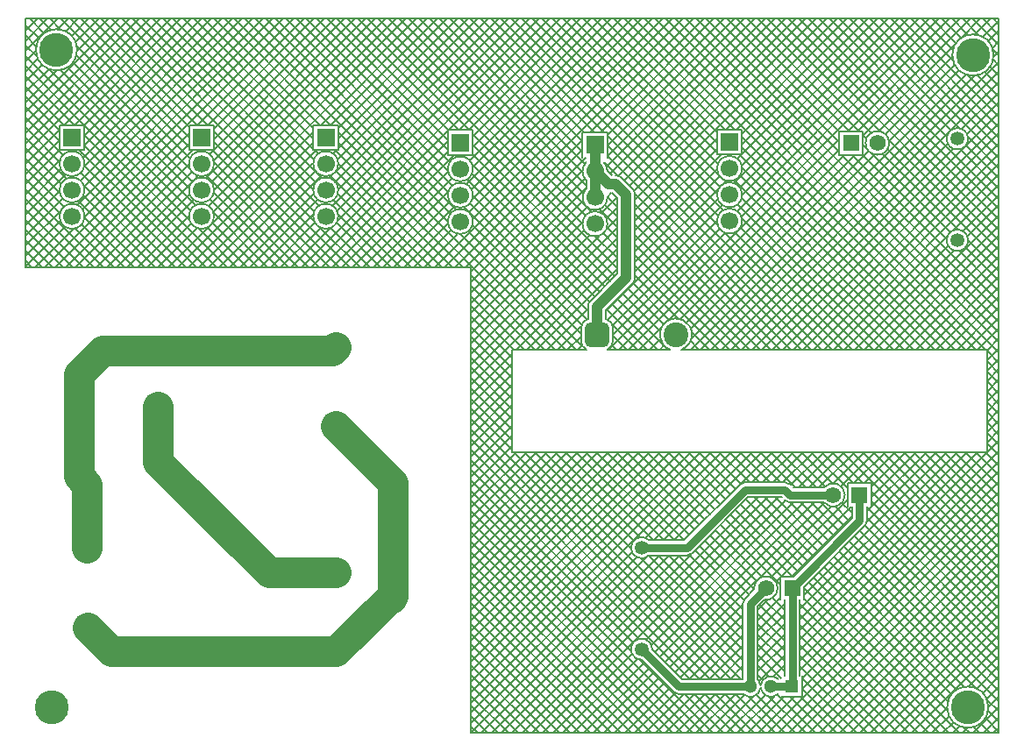
<source format=gbl>
G04*
G04 #@! TF.GenerationSoftware,Altium Limited,Altium Designer,22.1.2 (22)*
G04*
G04 Layer_Physical_Order=2*
G04 Layer_Color=16711680*
%FSLAX25Y25*%
%MOIN*%
G70*
G04*
G04 #@! TF.SameCoordinates,D2A74ED6-6853-450D-875C-18D0DEDCCFCE*
G04*
G04*
G04 #@! TF.FilePolarity,Positive*
G04*
G01*
G75*
%ADD19C,0.06181*%
%ADD20R,0.06181X0.06181*%
%ADD25C,0.00800*%
%ADD26C,0.02953*%
%ADD27C,0.03937*%
G04:AMPARAMS|DCode=28|XSize=94.49mil|YSize=94.49mil|CornerRadius=23.62mil|HoleSize=0mil|Usage=FLASHONLY|Rotation=0.000|XOffset=0mil|YOffset=0mil|HoleType=Round|Shape=RoundedRectangle|*
%AMROUNDEDRECTD28*
21,1,0.09449,0.04724,0,0,0.0*
21,1,0.04724,0.09449,0,0,0.0*
1,1,0.04724,0.02362,-0.02362*
1,1,0.04724,-0.02362,-0.02362*
1,1,0.04724,-0.02362,0.02362*
1,1,0.04724,0.02362,0.02362*
%
%ADD28ROUNDEDRECTD28*%
%ADD29C,0.09449*%
G04:AMPARAMS|DCode=30|XSize=94.49mil|YSize=94.49mil|CornerRadius=23.62mil|HoleSize=0mil|Usage=FLASHONLY|Rotation=90.000|XOffset=0mil|YOffset=0mil|HoleType=Round|Shape=RoundedRectangle|*
%AMROUNDEDRECTD30*
21,1,0.09449,0.04724,0,0,90.0*
21,1,0.04724,0.09449,0,0,90.0*
1,1,0.04724,0.02362,0.02362*
1,1,0.04724,0.02362,-0.02362*
1,1,0.04724,-0.02362,-0.02362*
1,1,0.04724,-0.02362,0.02362*
%
%ADD30ROUNDEDRECTD30*%
%ADD31R,0.06693X0.06693*%
%ADD32C,0.06693*%
%ADD33C,0.05315*%
%ADD34C,0.05118*%
%ADD35R,0.05118X0.05118*%
%ADD36C,0.12874*%
%ADD37C,0.11811*%
D19*
X331772Y230315D02*
D03*
X289370Y61024D02*
D03*
X314961Y96457D02*
D03*
D20*
X321772Y230315D02*
D03*
X299370Y61024D02*
D03*
X324961Y96457D02*
D03*
D25*
X375947Y263779D02*
G03*
X375947Y263779I-7837J0D01*
G01*
X366262Y231890D02*
G03*
X366262Y231890I-4058J0D01*
G01*
Y193307D02*
G03*
X366262Y193307I-4058J0D01*
G01*
X336262Y230315D02*
G03*
X336262Y230315I-4491J0D01*
G01*
X280337Y220630D02*
G03*
X280337Y220630I-4747J0D01*
G01*
X239589Y210630D02*
G03*
X238602Y213012I-3368J0D01*
G01*
X280337Y210630D02*
G03*
X280337Y210630I-4747J0D01*
G01*
X281496Y101302D02*
G03*
X279462Y100459I0J-2876D01*
G01*
X298645D02*
G03*
X296611Y101302I-2034J-2034D01*
G01*
X298645Y100459D02*
G03*
X296611Y101302I-2034J-2034D01*
G01*
X281496D02*
G03*
X279462Y100459I0J-2876D01*
G01*
X280337Y200630D02*
G03*
X280337Y200630I-4747J0D01*
G01*
X238602Y176752D02*
G03*
X239589Y179134I-2382J2382D01*
G01*
Y210630D02*
G03*
X238602Y213012I-3368J0D01*
G01*
Y176752D02*
G03*
X239589Y179134I-2382J2382D01*
G01*
X257346Y151760D02*
G03*
X261282Y157480I-2188J5720D01*
G01*
D02*
G03*
X252970Y151760I-6124J0D01*
G01*
X326994Y84580D02*
G03*
X327837Y86614I-2034J2034D01*
G01*
X311512Y93580D02*
G03*
X319451Y96457I3448J2876D01*
G01*
D02*
G03*
X311512Y99333I-4491J0D01*
G01*
X326994Y84580D02*
G03*
X327837Y86614I-2034J2034D01*
G01*
X373979Y15748D02*
G03*
X373979Y15748I-7837J0D01*
G01*
X296545Y94423D02*
G03*
X298579Y93580I2034J2034D01*
G01*
X296545Y94423D02*
G03*
X298579Y93580I2034J2034D01*
G01*
X293861Y61024D02*
G03*
X284898Y60619I-4491J0D01*
G01*
X288966Y56551D02*
G03*
X293861Y61024I404J4472D01*
G01*
X281431Y57152D02*
G03*
X280588Y55118I2034J-2034D01*
G01*
X281431Y57152D02*
G03*
X280588Y55118I2034J-2034D01*
G01*
X259449Y73502D02*
G03*
X261483Y74344I0J2876D01*
G01*
X259449Y73502D02*
G03*
X261483Y74344I0J2876D01*
G01*
X244988Y79254D02*
G03*
X244988Y73502I-2862J-2876D01*
G01*
X287402Y24039D02*
G03*
X286341Y26342I-3937J-417D01*
G01*
X294059Y26498D02*
G03*
X287402Y24039I-2720J-2876D01*
G01*
X280744Y20746D02*
G03*
X287402Y23205I2720J2876D01*
G01*
D02*
G03*
X294059Y20746I3937J417D01*
G01*
X246183Y37806D02*
G03*
X242116Y33738I-4058J-10D01*
G01*
X254265Y21588D02*
G03*
X256299Y20746I2034J2034D01*
G01*
X254265Y21588D02*
G03*
X256299Y20746I2034J2034D01*
G01*
X234631Y216984D02*
G03*
X232249Y217970I-2382J-2382D01*
G01*
X234631Y216984D02*
G03*
X232249Y217970I-2382J-2382D01*
G01*
X229156Y219584D02*
G03*
X227778Y222911I-4746J-17D01*
G01*
X221041D02*
G03*
X221041Y216223I3368J-3344D01*
G01*
Y212911D02*
G03*
X229156Y209567I3368J-3344D01*
G01*
Y199567D02*
G03*
X229156Y199567I-4747J0D01*
G01*
X177975Y210472D02*
G03*
X177975Y210472I-4747J0D01*
G01*
Y220472D02*
G03*
X177975Y220472I-4747J0D01*
G01*
X126794Y212441D02*
G03*
X126794Y212441I-4747J0D01*
G01*
X177975Y200472D02*
G03*
X177975Y200472I-4747J0D01*
G01*
X126794Y202441D02*
G03*
X126794Y202441I-4747J0D01*
G01*
X27522Y265748D02*
G03*
X27522Y265748I-7837J0D01*
G01*
X126794Y222441D02*
G03*
X126794Y222441I-4747J0D01*
G01*
X79550D02*
G03*
X79550Y222441I-4747J0D01*
G01*
Y212441D02*
G03*
X79550Y212441I-4747J0D01*
G01*
Y202441D02*
G03*
X79550Y202441I-4747J0D01*
G01*
X30337D02*
G03*
X30337Y202441I-4747J0D01*
G01*
Y222441D02*
G03*
X30337Y222441I-4747J0D01*
G01*
Y212441D02*
G03*
X30337Y212441I-4747J0D01*
G01*
X222776Y170453D02*
G03*
X221790Y168071I2382J-2382D01*
G01*
X222776Y170453D02*
G03*
X221790Y168071I2382J-2382D01*
G01*
X231282Y159843D02*
G03*
X228526Y163468I-3762J0D01*
G01*
X221790D02*
G03*
X219034Y159843I1006J-3625D01*
G01*
X229217Y151760D02*
G03*
X231282Y155118I-1696J3358D01*
G01*
X219034D02*
G03*
X221099Y151760I3762J0D01*
G01*
X375759Y277559D02*
X377953Y275365D01*
X371861Y277559D02*
X377953Y271468D01*
X371854Y270664D02*
X377953Y276763D01*
X367964Y277559D02*
X377953Y267570D01*
X375626Y265999D02*
X377953Y263673D01*
X375911Y263029D02*
X377953Y265071D01*
X374017Y268930D02*
X377953Y272865D01*
X375467Y266482D02*
X377953Y268968D01*
X356272Y277559D02*
X363625Y270206D01*
X352374Y277559D02*
X361677Y268256D01*
X348477Y277559D02*
X360478Y265558D01*
X344579Y277559D02*
X360601Y261537D01*
X368872Y271579D02*
X374851Y277559D01*
X364066D02*
X370330Y271296D01*
X360169Y277559D02*
X366319Y271409D01*
X363544Y270148D02*
X370954Y277559D01*
X369889Y256147D02*
X377953Y248083D01*
X365868Y256270D02*
X377953Y244185D01*
X340682Y277559D02*
X377953Y240288D01*
X336784Y277559D02*
X377953Y236391D01*
X365911Y233541D02*
X377953Y245583D01*
X366209Y232544D02*
X377953Y220801D01*
X364000Y235528D02*
X377953Y249481D01*
X336114Y231460D02*
X377953Y189621D01*
X375740Y261988D02*
X377953Y259775D01*
X374537Y259294D02*
X377953Y255878D01*
X334811Y233621D02*
X361225Y260035D01*
X372586Y257347D02*
X377953Y251980D01*
X336192Y231105D02*
X362960Y257873D01*
X328989Y277559D02*
X377953Y228596D01*
X325092Y277559D02*
X377953Y224698D01*
X309502Y277559D02*
X377953Y209108D01*
X305605Y277559D02*
X377953Y205211D01*
X301707Y277559D02*
X377953Y201313D01*
X297810Y277559D02*
X377953Y197416D01*
X293912Y277559D02*
X377953Y193519D01*
X262733Y277559D02*
X377953Y162339D01*
X321195Y277559D02*
X362859Y235894D01*
X324303Y234805D02*
X367057Y277559D01*
X317297D02*
X359742Y235114D01*
X320406Y234805D02*
X363159Y277559D01*
X332087Y234794D02*
X360310Y263018D01*
X332887Y277559D02*
X377953Y232493D01*
X326262Y232867D02*
X361741Y268346D01*
X268540Y151760D02*
X377953Y261173D01*
X272437Y151760D02*
X377953Y257276D01*
X254938Y277559D02*
X377953Y154544D01*
X251040Y277559D02*
X377953Y150647D01*
X291925Y151760D02*
X377953Y237788D01*
X295822Y151760D02*
X377953Y233891D01*
X276335Y151760D02*
X377953Y253378D01*
X288027Y151760D02*
X377953Y241686D01*
X258835Y277559D02*
X377953Y158442D01*
X247143Y277559D02*
X372942Y151760D01*
X239348Y277559D02*
X365147Y151760D01*
X243246Y277559D02*
X369044Y151760D01*
X264642D02*
X368861Y255978D01*
X280337Y232673D02*
X361249Y151760D01*
X260745D02*
X365408Y256423D01*
X373447Y143641D02*
X377953Y148147D01*
X373447Y147357D02*
X377953Y142852D01*
X373447Y147539D02*
X377953Y152044D01*
X373447Y151255D02*
X377953Y146749D01*
X373447Y135847D02*
X377953Y140352D01*
X373447Y139562D02*
X377953Y135057D01*
X373447Y139744D02*
X377953Y144249D01*
X373447Y143460D02*
X377953Y138954D01*
X366023Y194679D02*
X377953Y206609D01*
X366256Y193523D02*
X377953Y181826D01*
X365429Y229427D02*
X377953Y216903D01*
X365253Y190629D02*
X377953Y177929D01*
X369873Y151760D02*
X377953Y159839D01*
X373447Y151436D02*
X377953Y155942D01*
X365976Y151760D02*
X377953Y163737D01*
X373447Y116359D02*
X377953Y120865D01*
X373447Y120075D02*
X377953Y115570D01*
X373447Y120257D02*
X377953Y124762D01*
X373447Y123973D02*
X377953Y119467D01*
X373447Y116178D02*
X377953Y111672D01*
X372954Y112773D02*
X377953Y107775D01*
X369057Y112773D02*
X377953Y103877D01*
X365159Y112773D02*
X377953Y99980D01*
X373447Y135665D02*
X377953Y131159D01*
X373447Y128052D02*
X377953Y132557D01*
X373447Y131949D02*
X377953Y136455D01*
X373447Y112773D02*
Y151760D01*
Y124154D02*
X377953Y128660D01*
X373447Y127870D02*
X377953Y123364D01*
X373447Y131767D02*
X377953Y127262D01*
X335641Y228036D02*
X377953Y185724D01*
X322262Y225824D02*
X377953Y170134D01*
X299719Y151760D02*
X377953Y229993D01*
X303617Y151760D02*
X377953Y226096D01*
X364255Y196808D02*
X377953Y210506D01*
X362704Y189280D02*
X377953Y174031D01*
X360570Y197020D02*
X377953Y214404D01*
X318365Y225824D02*
X377953Y166236D01*
X363039Y227919D02*
X377953Y213006D01*
X329345Y226536D02*
X359526Y196355D01*
X280232Y151760D02*
X358566Y230094D01*
X284130Y151760D02*
X360553Y228184D01*
X333576Y226203D02*
X362420Y197359D01*
X257346Y151760D02*
X373447D01*
X342591D02*
X377953Y187121D01*
X346489Y151760D02*
X377953Y183224D01*
X334797Y151760D02*
X377953Y194916D01*
X338694Y151760D02*
X377953Y191019D01*
X358181Y151760D02*
X377953Y171532D01*
X362079Y151760D02*
X377953Y167634D01*
X350386Y151760D02*
X377953Y179327D01*
X354284Y151760D02*
X377953Y175429D01*
X327002Y151760D02*
X377953Y202711D01*
X330899Y151760D02*
X377953Y198814D01*
X307514Y151760D02*
X377953Y222199D01*
X311412Y151760D02*
X377953Y218301D01*
X319207Y151760D02*
X358703Y191257D01*
X323104Y151760D02*
X360833Y189489D01*
X315309Y151760D02*
X358491Y194942D01*
X290015Y277559D02*
X332917Y234657D01*
X286117Y277559D02*
X329492Y234184D01*
X280337Y229814D02*
X328082Y277559D01*
X280337Y225917D02*
X331980Y277559D01*
X326262Y233517D02*
X327660Y232119D01*
X326262Y229619D02*
X327993Y227888D01*
X313400Y277559D02*
X358234Y232725D01*
X317281Y225824D02*
X326262D01*
X278323Y277559D02*
X321076Y234805D01*
X280337Y233711D02*
X324185Y277559D01*
X278105Y235376D02*
X320287Y277559D01*
X274425D02*
X317281Y234703D01*
Y234805D02*
X326262D01*
X317281Y225824D02*
Y234805D01*
X282220Y277559D02*
X324974Y234805D01*
X280337Y225884D02*
Y235376D01*
X280327Y210316D02*
X347569Y277559D01*
X280337Y228775D02*
X357352Y151760D01*
X278379Y204471D02*
X351467Y277559D01*
X280053Y202248D02*
X355364Y277559D01*
X326160Y225824D02*
X358178Y193806D01*
X280323Y220994D02*
X349557Y151760D01*
X279331Y225884D02*
X353455Y151760D01*
X279492Y217927D02*
X345660Y151760D01*
X326262Y225824D02*
Y234805D01*
X280175Y221858D02*
X335877Y277559D01*
X277281Y215065D02*
X339774Y277559D01*
X279473Y213360D02*
X343672Y277559D01*
X278666Y224245D02*
X280304Y225884D01*
X277315Y216208D02*
X341762Y151760D01*
X274207Y235376D02*
X316390Y277559D01*
X239247Y212109D02*
X304697Y277559D01*
X235479Y216135D02*
X296902Y277559D01*
X237428Y214187D02*
X300800Y277559D01*
X270844Y225884D02*
X280337D01*
X270528Y277559D02*
X317281Y230806D01*
X266630Y277559D02*
X317281Y226908D01*
X270844Y235376D02*
X280337D01*
X270844Y225884D02*
Y235376D01*
X235451Y277559D02*
X277633Y235376D01*
X234631Y216984D02*
X238602Y213012D01*
X272917Y216708D02*
X274400Y215225D01*
X272752Y214434D02*
X274363Y216045D01*
X239589Y204656D02*
X312492Y277559D01*
X252491Y162994D02*
X317281Y227783D01*
X239589Y208553D02*
X308595Y277559D01*
X237360Y151760D02*
X317281Y231681D01*
X260873Y159683D02*
X328466Y227276D01*
X261105Y156018D02*
X330982Y225894D01*
X256781Y163386D02*
X319219Y225824D01*
X259292Y161999D02*
X323117Y225824D01*
X239589Y192963D02*
X272509Y225884D01*
X239589Y189066D02*
X270854Y220331D01*
X239589Y200758D02*
X270844Y232013D01*
X239589Y196861D02*
X270844Y228116D01*
X239589Y181271D02*
X271786Y213468D01*
X239589Y185168D02*
X271975Y217555D01*
X280239Y201591D02*
X330070Y151760D01*
X310595Y112773D02*
X322421Y100947D01*
X279692Y198241D02*
X326172Y151760D01*
X280185Y209440D02*
X337865Y151760D01*
X322958Y100947D02*
X334784Y112773D01*
X326856Y100947D02*
X338682Y112773D01*
X314493D02*
X326319Y100947D01*
X320470D02*
X329451D01*
X284338Y101302D02*
X295810Y112773D01*
X288235Y101302D02*
X299707Y112773D01*
X279415D02*
X290887Y101302D01*
X283313Y112773D02*
X294784Y101302D01*
X292133D02*
X303605Y112773D01*
X296030Y101302D02*
X307502Y112773D01*
X281496Y101302D02*
X296611D01*
X302800Y112773D02*
X314638Y100936D01*
X305754Y99333D02*
X319194Y112773D01*
X298903D02*
X311917Y99759D01*
X301857Y99333D02*
X315297Y112773D01*
X317935Y99821D02*
X330887Y112773D01*
X329451Y99645D02*
X342579Y112773D01*
X315159Y100943D02*
X326989Y112773D01*
X299771Y99333D02*
X311512D01*
X298865Y100239D02*
X311399Y112773D01*
X291108D02*
X304548Y99333D01*
X280051Y100912D02*
X291912Y112773D01*
X239589Y203267D02*
X291095Y151760D01*
X239557Y211093D02*
X298890Y151760D01*
X239589Y207164D02*
X294993Y151760D01*
X239589Y179882D02*
X255913Y163558D01*
X239589Y191574D02*
X279403Y151760D01*
X239589Y199369D02*
X287198Y151760D01*
X239589Y195472D02*
X283300Y151760D01*
X239589Y179134D02*
Y210630D01*
X238709Y176864D02*
X252551Y163022D01*
X236763Y174913D02*
X250373Y161303D01*
X234814Y172964D02*
X249143Y158635D01*
X277671Y196364D02*
X322275Y151760D01*
X278691Y207036D02*
X333967Y151760D01*
X239589Y187677D02*
X275506Y151760D01*
X273968Y196169D02*
X318378Y151760D01*
X271620Y112773D02*
X283092Y101302D01*
X275518Y112773D02*
X286990Y101302D01*
X239589Y183779D02*
X271608Y151760D01*
X267723Y112773D02*
X279770Y100726D01*
X261236Y158235D02*
X267711Y151760D01*
X241258D02*
X249645Y160147D01*
X249053Y151760D02*
X250639Y153347D01*
X260700Y154874D02*
X263813Y151760D01*
X245155D02*
X249253Y155858D01*
X361262Y112773D02*
X377953Y96082D01*
X329451Y95748D02*
X346477Y112773D01*
X327837Y90236D02*
X350374Y112773D01*
X327822Y86324D02*
X354271Y112773D01*
X357364D02*
X377953Y92185D01*
X353467Y112773D02*
X377953Y88288D01*
X329451Y91966D02*
Y100947D01*
X320470Y91966D02*
Y100947D01*
X310301Y93580D02*
X319080Y84801D01*
X322084Y87806D02*
Y91966D01*
X327837Y86614D02*
Y91966D01*
X318263Y93413D02*
X322084Y89592D01*
X315743Y92035D02*
X321028Y86750D01*
X326185Y112773D02*
X377953Y61005D01*
X377953Y277559D02*
X377953Y5906D01*
X322287Y112773D02*
X377953Y57108D01*
X318390Y112773D02*
X377953Y53210D01*
X329451Y97815D02*
X377953Y49313D01*
X329451Y93917D02*
X377953Y45415D01*
X327837Y91634D02*
X377953Y41518D01*
X327837Y87736D02*
X377953Y37621D01*
X349570Y112773D02*
X377953Y84390D01*
X345672Y112773D02*
X377953Y80493D01*
X341775Y112773D02*
X377953Y76595D01*
X337877Y112773D02*
X377953Y72698D01*
X333980Y112773D02*
X377953Y68800D01*
X330082Y112773D02*
X377953Y64903D01*
X309652Y99333D02*
X323092Y112773D01*
X306698D02*
X320470Y99001D01*
X302506Y93580D02*
X315182Y80904D01*
X291083Y65175D02*
X320470Y94562D01*
X306403Y93580D02*
X317131Y82853D01*
X299793Y65514D02*
X322084Y87806D01*
X295320Y65514D02*
X321772Y91966D01*
X299217Y65514D02*
X322084Y88381D01*
X295005Y112773D02*
X308445Y99333D01*
X292742Y95549D02*
X311285Y77006D01*
X288845Y95549D02*
X309336Y75058D01*
X284948Y95549D02*
X307388Y73109D01*
X298579Y93580D02*
X311512D01*
X298608D02*
X313234Y78955D01*
X281869Y94730D02*
X305439Y71160D01*
X302246Y33466D02*
X377953Y109172D01*
X302246Y29569D02*
X377953Y105275D01*
X302246Y41261D02*
X377953Y116967D01*
X302246Y37364D02*
X377953Y113070D01*
X303172Y26597D02*
X377953Y101378D01*
X303172Y22699D02*
X377953Y97480D01*
X290276Y5906D02*
X377953Y93583D01*
X294173Y5906D02*
X377953Y89685D01*
X303861Y58465D02*
X358169Y112773D01*
X302246Y45158D02*
X369861Y112773D01*
X302246Y52953D02*
X362066Y112773D01*
X302246Y49056D02*
X365964Y112773D01*
X286421Y64410D02*
X314067Y92056D01*
X251051Y32938D02*
X311596Y93483D01*
X249102Y34887D02*
X307796Y93580D01*
X373349Y18825D02*
X377953Y23429D01*
X329250Y5906D02*
X377953Y54608D01*
X321455Y5906D02*
X377953Y62403D01*
X325353Y5906D02*
X377953Y58506D01*
X373976Y15555D02*
X377953Y19531D01*
X373866Y14425D02*
X377953Y10339D01*
X373339Y18850D02*
X377953Y14236D01*
X372792Y11602D02*
X377953Y6441D01*
X327045Y84631D02*
X377953Y33723D01*
X366412Y23580D02*
X377953Y35121D01*
X325096Y82682D02*
X377953Y29826D01*
X323148Y80733D02*
X377953Y25928D01*
X369539Y22810D02*
X377953Y31223D01*
X371799Y21172D02*
X377953Y27326D01*
X340943Y5906D02*
X377953Y42916D01*
X344840Y5906D02*
X377953Y39018D01*
X333148Y5906D02*
X377953Y50711D01*
X337045Y5906D02*
X377953Y46813D01*
X372122Y5906D02*
X377953Y11736D01*
X376020Y5906D02*
X377953Y7839D01*
X368225Y5906D02*
X377953Y15634D01*
X370943Y9554D02*
X374591Y5906D01*
X356532D02*
X360718Y10091D01*
X360430Y5906D02*
X363065Y8540D01*
X348737Y5906D02*
X358309Y15477D01*
X352635Y5906D02*
X359080Y12350D01*
X364647Y8055D02*
X366796Y5906D01*
X368366Y8233D02*
X370694Y5906D01*
X364327D02*
X366335Y7913D01*
X321199Y78785D02*
X377953Y22031D01*
X319250Y76836D02*
X377953Y18133D01*
X298071Y5906D02*
X377953Y85788D01*
X301968Y5906D02*
X377953Y81890D01*
X315353Y72939D02*
X364819Y23473D01*
X317302Y74887D02*
X369244Y22945D01*
X313404Y70990D02*
X361995Y22398D01*
X311455Y69041D02*
X359948Y20549D01*
X309507Y67093D02*
X358627Y17972D01*
X307558Y65144D02*
X358449Y14253D01*
X303861Y61446D02*
X326994Y84580D01*
X302246Y54866D02*
X351206Y5906D01*
X298475Y19663D02*
X312232Y5906D01*
X302246Y50968D02*
X347309Y5906D01*
X293755Y20486D02*
X308335Y5906D01*
X313660D02*
X377953Y70198D01*
X317558Y5906D02*
X377953Y66300D01*
X305865Y5906D02*
X377953Y77993D01*
X309763Y5906D02*
X377953Y74095D01*
X303861Y57149D02*
X355104Y5906D01*
X305609Y63195D02*
X362899Y5906D01*
X302246Y47071D02*
X343412Y5906D01*
X303861Y61046D02*
X359001Y5906D01*
X302246Y35378D02*
X331719Y5906D01*
X302246Y31481D02*
X327822Y5906D01*
X302246Y43173D02*
X339514Y5906D01*
X302246Y39276D02*
X335617Y5906D01*
X303172Y26658D02*
X323924Y5906D01*
X303172Y22761D02*
X320027Y5906D01*
X302372Y19663D02*
X316129Y5906D01*
X287210Y112773D02*
X300651Y99333D01*
X279920Y92782D02*
X303490Y69212D01*
X277972Y90833D02*
X301541Y67263D01*
X294880Y65514D02*
X299793D01*
X274074Y86935D02*
X295495Y65514D01*
X276023Y88884D02*
X299393Y65514D01*
X282687Y95549D02*
X295419D01*
X272125Y84987D02*
X294880Y62233D01*
X263826Y112773D02*
X277801Y98798D01*
X270177Y83038D02*
X287936Y65279D01*
X293190Y63384D02*
X294880Y65074D01*
X268228Y81089D02*
X285702Y63615D01*
X266279Y79141D02*
X284849Y60571D01*
X294880Y56533D02*
Y65514D01*
X303861Y56533D02*
Y61446D01*
X291961Y57356D02*
X296494Y52824D01*
Y27581D02*
Y56533D01*
X302246Y27581D02*
Y56533D01*
X288917Y56503D02*
X296494Y48926D01*
X286341Y48740D02*
X294880Y57279D01*
X281431Y57152D02*
X284898Y60619D01*
X264331Y77192D02*
X282900Y58622D01*
X286341Y53927D02*
X288966Y56551D01*
X286341Y52638D02*
X290343Y56640D01*
X280588Y26498D02*
Y55118D01*
X259929Y112773D02*
X275852Y96849D01*
X256031Y112773D02*
X273904Y94901D01*
X243677Y80128D02*
X276322Y112773D01*
X246701Y79254D02*
X280220Y112773D01*
X258257Y79254D02*
X279462Y100459D01*
X261483Y74344D02*
X282687Y95549D01*
X250598Y79254D02*
X284117Y112773D01*
X254496Y79254D02*
X288015Y112773D01*
X248236D02*
X270006Y91003D01*
X244339Y112773D02*
X268057Y89055D01*
X240441Y112773D02*
X266109Y87106D01*
X236544Y112773D02*
X264160Y85157D01*
X252134Y112773D02*
X271955Y92952D01*
X244988Y73502D02*
X259449D01*
X244988Y79254D02*
X258257D01*
X245843Y39422D02*
X300001Y93580D01*
X247154Y36835D02*
X303899Y93580D01*
X243946Y41422D02*
X296756Y94232D01*
X239584Y40958D02*
X294175Y95549D01*
X262382Y75243D02*
X281009Y56616D01*
X253000Y30989D02*
X285984Y63973D01*
X244806Y73332D02*
X280588Y37549D01*
X241914Y72326D02*
X280588Y33652D01*
X260141Y73586D02*
X280588Y53139D01*
X256328Y73502D02*
X280588Y49242D01*
X252431Y73502D02*
X280588Y45344D01*
X248533Y73502D02*
X280588Y41447D01*
X286341Y37048D02*
X296494Y47201D01*
X286341Y43489D02*
X296494Y33336D01*
X286341Y40945D02*
X296494Y51098D01*
X286341Y47386D02*
X296494Y37234D01*
X286341Y29253D02*
X296494Y39406D01*
X292336Y27453D02*
X296494Y31611D01*
X286341Y33151D02*
X296494Y43303D01*
X286341Y39592D02*
X296494Y29439D01*
X286968Y54554D02*
X296494Y45029D01*
X286341Y51284D02*
X296494Y41131D01*
X286341Y44843D02*
X296494Y54996D01*
X286341Y26342D02*
Y53927D01*
Y31797D02*
X290622Y27516D01*
X286341Y35694D02*
X295253Y26781D01*
X275792Y26498D02*
X280588Y31295D01*
X303172Y19663D02*
Y27581D01*
X290613Y19730D02*
X304437Y5906D01*
X286776Y25791D02*
X296494Y35508D01*
X285925Y20520D02*
X300540Y5906D01*
X295253Y19663D02*
X303172D01*
X286378Y5906D02*
X300136Y19663D01*
X282481Y5906D02*
X296238Y19663D01*
X282834Y19714D02*
X296642Y5906D01*
X286341Y27899D02*
X288202Y26038D01*
X278583Y5906D02*
X292522Y19844D01*
X277905Y20746D02*
X292745Y5906D01*
X260202Y26498D02*
X280588Y46885D01*
X264099Y26498D02*
X280588Y42987D01*
X254949Y29040D02*
X280588Y54680D01*
X256897Y27092D02*
X280588Y50782D01*
X267997Y26498D02*
X280588Y39090D01*
X271894Y26498D02*
X280588Y35193D01*
X257491Y26498D02*
X280588D01*
X256299Y20746D02*
X280744D01*
X246183Y37806D02*
X257491Y26498D01*
X242116Y33738D02*
X254265Y21588D01*
X235711Y5906D02*
X252830Y23024D01*
X239609Y5906D02*
X254844Y21141D01*
X266212Y20746D02*
X281052Y5906D01*
X270110Y20746D02*
X284950Y5906D01*
X262315Y20746D02*
X277155Y5906D01*
X262994D02*
X277834Y20746D01*
X274007D02*
X288847Y5906D01*
X274686D02*
X289122Y20342D01*
X266891Y5906D02*
X281295Y20310D01*
X270788Y5906D02*
X284766Y19883D01*
X247404Y5906D02*
X262244Y20746D01*
X251301Y5906D02*
X266141Y20746D01*
X241475Y33790D02*
X269360Y5906D01*
X243506D02*
X258346Y20746D01*
X258417D02*
X273257Y5906D01*
X259096D02*
X273936Y20746D01*
X255199Y5906D02*
X270039Y20746D01*
X231553Y277559D02*
X273736Y235376D01*
X229156Y233197D02*
X273518Y277559D01*
X215963D02*
X271168Y222354D01*
X177949Y220965D02*
X234543Y277559D01*
X229156Y229300D02*
X277415Y277559D01*
X229156Y225402D02*
X281313Y277559D01*
X229156Y229300D02*
X277415Y277559D01*
X228862Y221211D02*
X285210Y277559D01*
X176989Y277559D02*
X220234Y234313D01*
X173091Y277559D02*
X219663Y230987D01*
X169194Y277559D02*
X219663Y227090D01*
X161399Y277559D02*
X219671Y219287D01*
X180886Y277559D02*
X224132Y234313D01*
X184784Y277559D02*
X228029Y234313D01*
X176746Y223659D02*
X230646Y277559D01*
X165296Y277559D02*
X220540Y222316D01*
X212066Y277559D02*
X271669Y217956D01*
X204271Y277559D02*
X270857Y210974D01*
X196476Y277559D02*
X271324Y202711D01*
X192579Y277559D02*
X271130Y199008D01*
X230144Y218596D02*
X289108Y277559D01*
X233261Y217815D02*
X293005Y277559D01*
X208168D02*
X271997Y213731D01*
X200374Y277559D02*
X273201Y204731D01*
X153604Y277559D02*
X219956Y211208D01*
X149707Y277559D02*
X220976Y206290D01*
X145809Y277559D02*
X220763Y202605D01*
X141912Y277559D02*
X219669Y199802D01*
X175514Y214632D02*
X238441Y277559D01*
X177440Y212661D02*
X242338Y277559D01*
X157501Y277559D02*
X221041Y214020D01*
X130219Y277559D02*
X172560Y235219D01*
X126794Y232169D02*
X172184Y277559D01*
X126322D02*
X168662Y235219D01*
X114630Y277559D02*
X169202Y222986D01*
X134117Y277559D02*
X176457Y235219D01*
X126794Y228271D02*
X176082Y277559D01*
X7874D02*
X377953Y277559D01*
X126501Y224081D02*
X179979Y277559D01*
X120120Y237187D02*
X160492Y277559D01*
X124018Y237187D02*
X164389Y277559D01*
X79550Y227797D02*
X129312Y277559D01*
X79373Y223723D02*
X133210Y277559D01*
X126794Y236066D02*
X168287Y277559D01*
X122424D02*
X168482Y231502D01*
X118527Y277559D02*
X168482Y227604D01*
X110732Y277559D02*
X168536Y219755D01*
X106835Y277559D02*
X170237Y214157D01*
X102938Y277559D02*
X168677Y211820D01*
X95143Y277559D02*
X169410Y203292D01*
X125694Y215479D02*
X187774Y277559D01*
X126788Y212676D02*
X191671Y277559D01*
X125471Y219153D02*
X183877Y277559D01*
X99040D02*
X171650Y204949D01*
X78657Y215212D02*
X141005Y277559D01*
X79544Y212201D02*
X144902Y277559D01*
X76443Y216895D02*
X137107Y277559D01*
X77551Y206311D02*
X148800Y277559D01*
X79247Y204109D02*
X152697Y277559D01*
X91245D02*
X168484Y200320D01*
X78503Y199468D02*
X156594Y277559D01*
X227656Y277559D02*
X270844Y234371D01*
X226375Y234313D02*
X269620Y277559D01*
X222477Y234313D02*
X265723Y277559D01*
X223758D02*
X270844Y230473D01*
X219861Y277559D02*
X270844Y226576D01*
X228105Y222545D02*
X232712Y217938D01*
X219663Y234313D02*
X229156D01*
Y224820D02*
Y234313D01*
X177975Y225726D02*
Y235219D01*
X219663Y224820D02*
Y234313D01*
X229156Y219584D02*
X230770Y217970D01*
X229150Y209808D02*
X232852Y206106D01*
X228711Y201573D02*
X232852Y205714D01*
X228264Y206797D02*
X232852Y202209D01*
X226050Y205113D02*
X232852Y198311D01*
X228800Y197765D02*
X232852Y201816D01*
X228980Y198286D02*
X232852Y194414D01*
X227448Y195920D02*
X232852Y190516D01*
X224644Y194826D02*
X232852Y186619D01*
X229150Y209806D02*
X230577Y211233D01*
X230854D02*
X232852Y209235D01*
X221041Y212911D02*
Y216223D01*
X221133Y206133D02*
X223129Y204137D01*
X226868Y203627D02*
X232664Y209423D01*
X172716Y235219D02*
X215056Y277559D01*
X176613Y235219D02*
X218953Y277559D01*
X168818Y235219D02*
X211159Y277559D01*
X124509Y206499D02*
X195569Y277559D01*
X177975Y232683D02*
X222851Y277559D01*
X177975Y228785D02*
X226748Y277559D01*
X177770Y209093D02*
X246236Y277559D01*
X168482Y235219D02*
X177975D01*
X168482Y225726D02*
Y235219D01*
X117301Y237187D02*
X126794D01*
Y227695D02*
Y237187D01*
X168482Y225726D02*
X177975D01*
X176493Y203918D02*
X250133Y277559D01*
X177881Y201410D02*
X254031Y277559D01*
X126351Y204443D02*
X199466Y277559D01*
X126435Y200630D02*
X203364Y277559D01*
X124465Y183071D02*
X168482Y227087D01*
X116671Y183071D02*
X168482Y234882D01*
X120568Y183071D02*
X168482Y230985D01*
X123575Y217947D02*
X158451Y183071D01*
X125001Y208726D02*
X150656Y183071D01*
X79550Y234690D02*
X131169Y183071D01*
X79550Y230793D02*
X127272Y183071D01*
X119959Y198179D02*
X135067Y183071D01*
X123945Y198090D02*
X138964Y183071D01*
X77248Y237187D02*
X117620Y277559D01*
X75656D02*
X117301Y235914D01*
X71758Y277559D02*
X117301Y232016D01*
X67861Y277559D02*
X117301Y228119D01*
X79553Y277559D02*
X119925Y237187D01*
X83450Y277559D02*
X123822Y237187D01*
X79550Y235591D02*
X121517Y277559D01*
X79550Y231694D02*
X125415Y277559D01*
X32784D02*
X73155Y237187D01*
X30337Y237046D02*
X70850Y277559D01*
X27514Y265403D02*
X39671Y277559D01*
X28886D02*
X70057Y236388D01*
X36681Y277559D02*
X77053Y237187D01*
X73351D02*
X113722Y277559D01*
X30337Y233148D02*
X74748Y277559D01*
X30337Y229251D02*
X78645Y277559D01*
X63963D02*
X117553Y223969D01*
X52271Y277559D02*
X117302Y212528D01*
X44476Y277559D02*
X117697Y204338D01*
X30311Y201942D02*
X105928Y277559D01*
X60066D02*
X120648Y216976D01*
X56168Y277559D02*
X118332Y215395D01*
X48373Y277559D02*
X119492Y206441D01*
X40578Y277559D02*
X117785Y200353D01*
X30203Y221322D02*
X86440Y277559D01*
X30210Y213533D02*
X94235Y277559D01*
X29736Y224752D02*
X82543Y277559D01*
X28756Y215978D02*
X90338Y277559D01*
X27402Y206828D02*
X98133Y277559D01*
X29542Y205071D02*
X102030Y277559D01*
X27344Y267409D02*
X70441Y224312D01*
X20096Y273574D02*
X24081Y277559D01*
X17194D02*
X21346Y273407D01*
X13296Y277559D02*
X17563Y273292D01*
X7874Y265249D02*
X20184Y277559D01*
X25413Y271096D02*
X31876Y277559D01*
X26936Y268722D02*
X35773Y277559D01*
X23181Y272762D02*
X27979Y277559D01*
X9399D02*
X14959Y271999D01*
X7874Y275186D02*
X13086Y269975D01*
X7874Y273044D02*
X12389Y277559D01*
X7874Y269147D02*
X16286Y277559D01*
X7874Y267392D02*
X12396Y262870D01*
X7874Y261352D02*
X11859Y265337D01*
X7874Y271289D02*
X11981Y267183D01*
X26581Y237187D02*
X66953Y277559D01*
X24989D02*
X70057Y232491D01*
X22684Y237187D02*
X63056Y277559D01*
X7874Y226275D02*
X59158Y277559D01*
X27229Y263626D02*
X70579Y220276D01*
X25936Y261022D02*
X71307Y215651D01*
X21091Y277559D02*
X70057Y228594D01*
X7874Y263494D02*
X70243Y201126D01*
X7874Y234070D02*
X51363Y277559D01*
X7874Y230172D02*
X55261Y277559D01*
X7874Y241865D02*
X43568Y277559D01*
X7874Y237967D02*
X47466Y277559D01*
X7874Y253557D02*
X14337Y260020D01*
X7874Y259597D02*
X30283Y237187D01*
X7874Y257455D02*
X12671Y262252D01*
X124818Y226295D02*
X126217Y227695D01*
X117725D02*
X119189Y226231D01*
X79550Y227695D02*
Y237187D01*
X117301Y227695D02*
Y237187D01*
X123329Y217011D02*
X125335Y219018D01*
X117301Y227695D02*
X126794D01*
X70057Y237187D02*
X79550D01*
X70057Y227695D02*
Y237187D01*
X30337Y227695D02*
Y237187D01*
X23912Y259149D02*
X70087Y212974D01*
X77841Y226088D02*
X79448Y227695D01*
X71502Y215851D02*
X73521Y217871D01*
X70057Y227695D02*
X79550D01*
X78788Y219862D02*
X115579Y183071D01*
X79512Y223036D02*
X119477Y183071D01*
X73799D02*
X118422Y227695D01*
X77696Y183071D02*
X117307Y222682D01*
X79438Y211418D02*
X107784Y183071D01*
X81593D02*
X118193Y219671D01*
X76674Y218079D02*
X111682Y183071D01*
X78013Y208945D02*
X103887Y183071D01*
X21120Y258043D02*
X72546Y206617D01*
X78979Y200184D02*
X96092Y183071D01*
X79387Y203674D02*
X99990Y183071D01*
X77021Y198245D02*
X92195Y183071D01*
X20844Y237187D02*
X30337D01*
X7874Y240109D02*
X22210Y225773D01*
X7874Y255699D02*
X26386Y237187D01*
X7874Y251802D02*
X22488Y237187D01*
X20844Y227695D02*
X30337D01*
X7874Y236212D02*
X20902Y223183D01*
X7874Y232314D02*
X23491Y216698D01*
X7874Y247904D02*
X20844Y234934D01*
X7874Y244007D02*
X20844Y231037D01*
X7874Y249660D02*
X16711Y258497D01*
X7874Y245762D02*
X20030Y257919D01*
X20844Y227695D02*
Y237187D01*
X7874Y218480D02*
X20844Y231450D01*
X7874Y222377D02*
X20844Y235348D01*
X16807Y258459D02*
X70607Y204659D01*
X7874Y202890D02*
X23279Y218295D01*
X7874Y228417D02*
X21479Y214812D01*
X7874Y220622D02*
X22475Y206021D01*
X7874Y183403D02*
X22961Y198490D01*
X7874Y195095D02*
X22054Y209275D01*
X7874Y191198D02*
X21466Y204790D01*
X7874Y210685D02*
X21067Y223878D01*
X7874Y206788D02*
X21365Y220279D01*
X7874Y214583D02*
X20986Y227695D01*
X7874Y224520D02*
X20950Y211444D01*
X7874Y198993D02*
X20866Y211985D01*
X7874Y187301D02*
X21203Y200630D01*
X7874Y216725D02*
X20990Y203609D01*
X231078Y161067D02*
X270849Y200838D01*
X231282Y157375D02*
X271749Y197842D01*
X228526Y166311D02*
X271155Y208940D01*
X229280Y163168D02*
X272860Y206747D01*
X222776Y170453D02*
X232852Y180529D01*
X228526Y166676D02*
X238602Y176752D01*
X198386Y151760D02*
X232852Y186226D01*
X202283Y151760D02*
X232852Y182329D01*
Y180529D02*
Y209235D01*
X221790Y163468D02*
Y168071D01*
X231282Y155118D02*
Y159843D01*
X228526Y163468D02*
Y166676D01*
X229156Y225392D02*
X302788Y151760D01*
X233463D02*
X359262Y277559D01*
X229156Y233187D02*
X310583Y151760D01*
X229156Y229289D02*
X306685Y151760D01*
X230917Y169067D02*
X248223Y151760D01*
X232866Y171015D02*
X252121Y151760D01*
X229217D02*
X252970D01*
X229565D02*
X273973Y196168D01*
X231053Y161135D02*
X240429Y151760D01*
X231282Y157009D02*
X236531Y151760D01*
X206181D02*
X221790Y167369D01*
X228968Y167118D02*
X244326Y151760D01*
X230909Y153484D02*
X232634Y151760D01*
X167337Y183071D02*
X261825Y277559D01*
X177975Y233701D02*
X231999Y179676D01*
X163440Y183071D02*
X257928Y277559D01*
X138014Y277559D02*
X232852Y182721D01*
X177975Y229804D02*
X230051Y177728D01*
X177975Y225906D02*
X228102Y175779D01*
X177551Y222432D02*
X226153Y173830D01*
X177558Y218528D02*
X224204Y171882D01*
X177165Y177309D02*
X219669Y219813D01*
X177165Y173412D02*
X220553Y216799D01*
X177165Y181207D02*
X220779Y224820D01*
X175742Y216446D02*
X222313Y169875D01*
X177972Y210319D02*
X221790Y166502D01*
X177165Y165617D02*
X219838Y208290D01*
X177165Y169514D02*
X221041Y213390D01*
X188681Y277559D02*
X314480Y151760D01*
X194488D02*
X232852Y190124D01*
X177165Y142232D02*
X232852Y197919D01*
X177165Y138335D02*
X232852Y194021D01*
X177165Y117587D02*
X268254Y26498D01*
X177165Y113690D02*
X264357Y26498D01*
X177165Y125382D02*
X276049Y26498D01*
X177165Y121485D02*
X272152Y26498D01*
X177165Y157822D02*
X219735Y200392D01*
X177165Y153924D02*
X220349Y197108D01*
X176913Y207481D02*
X221162Y163232D01*
X177165Y161719D02*
X221369Y205923D01*
X192851Y151760D02*
X221099D01*
X177165Y146130D02*
X226212Y195176D01*
X177165Y150027D02*
X222404Y195265D01*
X228749Y112773D02*
X260263Y81260D01*
X224852Y112773D02*
X258314Y79311D01*
X217057Y112773D02*
X250576Y79254D01*
X220954Y112773D02*
X254473Y79254D01*
X232646Y112773D02*
X262211Y83208D01*
X197569Y112773D02*
X280588Y29754D01*
X192851Y112773D02*
X373447D01*
X193672D02*
X279947Y26498D01*
X209262Y112773D02*
X241630Y80405D01*
X213159Y112773D02*
X246678Y79254D01*
X205364Y112773D02*
X239080Y79058D01*
X201467Y112773D02*
X238074Y76166D01*
X177165Y66921D02*
X238180Y5906D01*
X177165Y63023D02*
X234283Y5906D01*
X177165Y70818D02*
X242078Y5906D01*
X196737D02*
X286380Y95549D01*
X200634Y5906D02*
X290278Y95549D01*
X181147Y5906D02*
X248743Y73502D01*
X192839Y5906D02*
X260743Y73809D01*
X227916Y5906D02*
X248932Y26921D01*
X231814Y5906D02*
X250881Y24973D01*
X185045Y5906D02*
X252641Y73502D01*
X188942Y5906D02*
X256538Y73502D01*
X208429Y5906D02*
X238499Y35976D01*
X212327Y5906D02*
X240499Y34078D01*
X177250Y5906D02*
X244289Y72945D01*
X204532Y5906D02*
X238964Y40337D01*
X220122Y5906D02*
X245035Y30819D01*
X224019Y5906D02*
X246983Y28870D01*
X216224Y5906D02*
X243086Y32768D01*
X177165Y40898D02*
X249040Y112773D01*
X177165Y37001D02*
X252938Y112773D01*
X177165Y48693D02*
X241245Y112773D01*
X177165Y44796D02*
X245143Y112773D01*
X177165Y105895D02*
X241294Y41767D01*
X177165Y109793D02*
X260459Y26498D01*
X177165Y33103D02*
X256835Y112773D01*
X177165Y29206D02*
X260733Y112773D01*
X177165Y60386D02*
X229553Y112773D01*
X177165Y56488D02*
X233450Y112773D01*
X177165Y68181D02*
X221758Y112773D01*
X177165Y64283D02*
X225656Y112773D01*
X177165Y101998D02*
X238903Y40260D01*
X177165Y98100D02*
X238121Y37145D01*
X177165Y52591D02*
X237348Y112773D01*
X177165Y17514D02*
X272425Y112773D01*
X177165Y94203D02*
X265463Y5906D01*
X177165Y25309D02*
X264630Y112773D01*
X177165Y21411D02*
X268528Y112773D01*
X177165Y82511D02*
X253770Y5906D01*
X177165D02*
X377953D01*
X177165Y90305D02*
X261565Y5906D01*
X177165Y86408D02*
X257668Y5906D01*
X177165Y9719D02*
X240235Y72788D01*
X177165Y74716D02*
X245975Y5906D01*
X177165Y13616D02*
X238376Y74827D01*
X177165Y78613D02*
X249873Y5906D01*
X177165Y55228D02*
X226488Y5906D01*
X177165Y51331D02*
X222591Y5906D01*
X177165Y59126D02*
X230386Y5906D01*
X125837Y219583D02*
X162349Y183071D01*
X126793Y222524D02*
X166246Y183071D01*
X112773D02*
X207261Y277559D01*
X125520Y227695D02*
X170144Y183071D01*
X126583Y211042D02*
X154554Y183071D01*
X126751Y203079D02*
X146759Y183071D01*
X108876D02*
X123858Y198054D01*
X126047Y199885D02*
X142862Y183071D01*
X85491D02*
X120407Y217987D01*
X89388Y183071D02*
X117477Y211160D01*
X69901Y183071D02*
X117301Y230471D01*
X78751Y227695D02*
X123374Y183071D01*
X101081D02*
X117989Y199979D01*
X104978Y183071D02*
X120045Y198138D01*
X93286Y183071D02*
X119009Y208794D01*
X97183Y183071D02*
X117372Y203260D01*
X126794Y230318D02*
X174041Y183071D01*
X171235D02*
X219663Y231499D01*
X87348Y277559D02*
X213147Y151760D01*
X126794Y234216D02*
X209249Y151760D01*
X177165Y177309D02*
X219669Y219813D01*
X177705Y198895D02*
X219034Y157566D01*
X175132Y183071D02*
X219663Y227602D01*
X174576Y205921D02*
X219290Y161207D01*
X136158Y183071D02*
X170042Y216955D01*
X140055Y183071D02*
X168629Y211645D01*
X128363Y183071D02*
X171018Y225726D01*
X132260Y183071D02*
X168602Y219412D01*
X147850Y183071D02*
X171040Y206261D01*
X151748Y183071D02*
X168523Y199847D01*
X143953Y183071D02*
X169069Y208187D01*
X23132Y183071D02*
X70057Y229996D01*
X27029Y183071D02*
X71653Y227695D01*
X15337Y183071D02*
X109825Y277559D01*
X19234Y183071D02*
X70057Y233893D01*
X29847Y210341D02*
X57118Y183071D01*
X30067Y214019D02*
X61015Y183071D01*
X28084Y227695D02*
X72707Y183071D01*
X28923Y219061D02*
X64913Y183071D01*
X7874Y208930D02*
X33733Y183071D01*
X27962Y208329D02*
X53220Y183071D01*
X7874D02*
Y277559D01*
Y212827D02*
X37630Y183071D01*
X7874Y201135D02*
X25938Y183071D01*
X29171Y199325D02*
X45425Y183071D01*
X7874Y205032D02*
X29836Y183071D01*
X30337Y229339D02*
X76605Y183071D01*
X66004D02*
X117301Y234368D01*
X30337Y237134D02*
X84400Y183071D01*
X30337Y233236D02*
X80502Y183071D01*
X58209D02*
X73135Y197997D01*
X62106Y183071D02*
X77776Y198741D01*
X38721Y183071D02*
X71393Y215742D01*
X46516Y183071D02*
X72032Y208587D01*
X34824Y183071D02*
X71156Y219403D01*
X42619Y183071D02*
X70349Y210801D01*
X30265Y221616D02*
X68810Y183071D01*
X30927D02*
X70063Y222207D01*
X50414Y183071D02*
X70065Y202722D01*
X54311Y183071D02*
X70933Y199693D01*
X30323Y202071D02*
X49323Y183071D01*
X219034Y155118D02*
Y159843D01*
X217873Y151760D02*
X219471Y153358D01*
X210078Y151760D02*
X219172Y160854D01*
X213976Y151760D02*
X219034Y156818D01*
X192851Y112773D02*
Y151760D01*
X177165Y103258D02*
X192851Y118943D01*
X177165Y111053D02*
X192851Y126738D01*
X177165Y107155D02*
X192851Y122840D01*
X177165Y137075D02*
X192851Y121389D01*
X177165Y118847D02*
X192851Y134533D01*
X177165Y140972D02*
X192851Y125287D01*
X177165Y122745D02*
X192851Y138430D01*
X177165Y114950D02*
X192851Y130635D01*
X177165Y129280D02*
X192851Y113594D01*
X177165Y133177D02*
X192851Y117492D01*
X177165Y75975D02*
X213963Y112773D01*
X177165Y72078D02*
X217861Y112773D01*
X177165Y83770D02*
X206168Y112773D01*
X177165Y79873D02*
X210066Y112773D01*
X177165Y39639D02*
X210898Y5906D01*
X177165Y35741D02*
X207001Y5906D01*
X177165Y47433D02*
X218693Y5906D01*
X177165Y43536D02*
X214796Y5906D01*
X177165Y91565D02*
X198373Y112773D01*
X177165Y87668D02*
X202271Y112773D01*
X177165Y99360D02*
X192851Y115046D01*
X177165Y95463D02*
X194476Y112773D01*
X177165Y27946D02*
X199206Y5906D01*
X177165Y24049D02*
X195308Y5906D01*
X177165Y31844D02*
X203103Y5906D01*
X176048Y196654D02*
X219655Y153047D01*
X173076Y195728D02*
X217044Y151760D01*
X155645Y183071D02*
X169782Y197208D01*
X159542Y183071D02*
X172291Y195819D01*
X177165Y176049D02*
X201454Y151760D01*
X177165Y172152D02*
X197557Y151760D01*
X7874Y183071D02*
X177165D01*
Y179947D02*
X205352Y151760D01*
X26758Y197840D02*
X41528Y183071D01*
X73488Y197880D02*
X88297Y183071D01*
X7874Y197238D02*
X22041Y183071D01*
X11439D02*
X26089Y197721D01*
X7874Y189443D02*
X14246Y183071D01*
X7874Y185545D02*
X10348Y183071D01*
X7874Y193340D02*
X18143Y183071D01*
X177165Y152665D02*
X192851Y136979D01*
X177165Y134437D02*
X192851Y150123D01*
X177165Y168254D02*
X193660Y151760D01*
X177165Y156562D02*
X192851Y140876D01*
X177165Y144870D02*
X192851Y129184D01*
X177165Y126642D02*
X192851Y142328D01*
X177165Y148767D02*
X192851Y133082D01*
X177165Y130540D02*
X192851Y146225D01*
X177165Y160459D02*
X192851Y144774D01*
X177165Y20151D02*
X191411Y5906D01*
X177165Y164357D02*
X192851Y148671D01*
X177165Y5906D02*
Y183071D01*
Y12356D02*
X183616Y5906D01*
X177165Y8459D02*
X179719Y5906D01*
X177165Y16254D02*
X187514Y5906D01*
D26*
X291339Y23622D02*
X299213D01*
X256299D02*
X283465D01*
X242126Y37795D02*
X256299Y23622D01*
X283465D02*
Y55118D01*
X289370Y61024D01*
X299213Y23622D02*
X299370Y23779D01*
Y61024D01*
X324961Y86614D01*
Y96457D01*
X281496Y98425D02*
X296611D01*
X298579Y96457D02*
X314961D01*
X296611Y98425D02*
X298579Y96457D01*
X242126Y76378D02*
X259449D01*
X281496Y98425D01*
D27*
X224410Y219567D02*
Y229567D01*
Y209567D02*
Y219567D01*
X229375Y214602D01*
X232249D01*
X236221Y210630D01*
Y179134D02*
Y210630D01*
X225158Y157480D02*
Y168071D01*
X236221Y179134D01*
D28*
X225158Y157480D02*
D03*
X58307Y129921D02*
D03*
D29*
X255158Y157480D02*
D03*
X125984Y66929D02*
D03*
X28307Y129921D02*
D03*
X31496Y76024D02*
D03*
X125984Y152796D02*
D03*
D30*
X125984Y36929D02*
D03*
X31496Y46024D02*
D03*
X125984Y122796D02*
D03*
D31*
X173228Y230472D02*
D03*
X122047Y232441D02*
D03*
X275591Y230630D02*
D03*
X74803Y232441D02*
D03*
X224410Y229567D02*
D03*
X25591Y232441D02*
D03*
D32*
X173228Y220472D02*
D03*
Y210472D02*
D03*
Y200472D02*
D03*
X122047Y222441D02*
D03*
Y212441D02*
D03*
Y202441D02*
D03*
X275591Y220630D02*
D03*
Y210630D02*
D03*
Y200630D02*
D03*
X74803Y222441D02*
D03*
Y212441D02*
D03*
Y202441D02*
D03*
X224410Y219567D02*
D03*
Y209567D02*
D03*
Y199567D02*
D03*
X25591Y222441D02*
D03*
Y212441D02*
D03*
Y202441D02*
D03*
D33*
X362205Y231890D02*
D03*
Y193307D02*
D03*
X242126Y37795D02*
D03*
Y76378D02*
D03*
D34*
X283465Y23622D02*
D03*
X291339D02*
D03*
D35*
X299213D02*
D03*
D36*
X17717Y15748D02*
D03*
X19685Y265748D02*
D03*
X368110Y263779D02*
D03*
X366142Y15748D02*
D03*
D37*
X28083Y142256D02*
X37178Y151351D01*
X124539D01*
X125984Y152796D01*
X31272Y76248D02*
Y100394D01*
X28083Y130145D02*
Y142256D01*
Y103583D02*
X31272Y100394D01*
X28083Y103583D02*
Y129697D01*
X147638Y57965D02*
Y101142D01*
X125984Y122796D02*
X147638Y101142D01*
X58307Y109016D02*
Y129921D01*
X100394Y66929D02*
X125984D01*
X58307Y109016D02*
X100394Y66929D01*
X146142Y57087D02*
X146759D01*
X147638Y57965D01*
X125984Y36929D02*
X146142Y57087D01*
X40591Y36929D02*
X125984D01*
X31496Y46024D02*
X40591Y36929D01*
M02*

</source>
